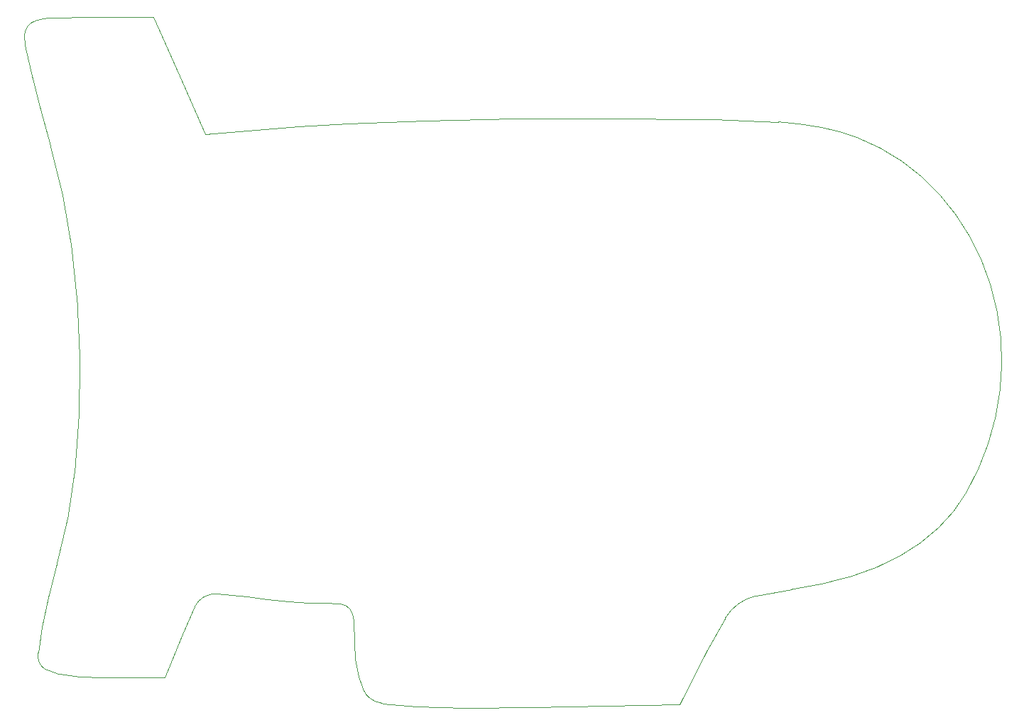
<source format=gbr>
G04 #@! TF.GenerationSoftware,KiCad,Pcbnew,(6.0.7)*
G04 #@! TF.CreationDate,2022-09-14T01:52:13-07:00*
G04 #@! TF.ProjectId,RobotDriver2_Blimp,526f626f-7444-4726-9976-6572325f426c,rev?*
G04 #@! TF.SameCoordinates,Original*
G04 #@! TF.FileFunction,Profile,NP*
%FSLAX46Y46*%
G04 Gerber Fmt 4.6, Leading zero omitted, Abs format (unit mm)*
G04 Created by KiCad (PCBNEW (6.0.7)) date 2022-09-14 01:52:13*
%MOMM*%
%LPD*%
G01*
G04 APERTURE LIST*
G04 #@! TA.AperFunction,Profile*
%ADD10C,0.001919*%
G04 #@! TD*
G04 APERTURE END LIST*
D10*
X152705652Y-122597399D02*
X170311219Y-122243129D01*
X113771581Y-54314842D02*
X110678787Y-47321486D01*
X179437981Y-109340335D02*
X183712471Y-108563339D01*
X94314959Y-113074293D02*
X93838255Y-116085521D01*
X94702679Y-118085452D02*
G75*
G03*
X96196859Y-118639526I2890321J5502652D01*
G01*
X118735974Y-109444684D02*
X121136390Y-109725552D01*
X131476552Y-112158208D02*
X131576219Y-115102624D01*
X131576214Y-115102624D02*
G75*
G03*
X131706154Y-117095006I15341586J124D01*
G01*
X92206209Y-42605534D02*
G75*
G03*
X92357693Y-44024822I6724891J34D01*
G01*
X132093792Y-119010092D02*
G75*
G03*
X132659596Y-120592712I10932108J3015892D01*
G01*
X201181582Y-101236453D02*
G75*
G03*
X204497209Y-97038647I-12571582J13337953D01*
G01*
X126162921Y-110127751D02*
X127943474Y-110178129D01*
X204497198Y-97038641D02*
G75*
G03*
X208525346Y-84868834I-27634198J15898341D01*
G01*
X95643060Y-40405004D02*
G75*
G03*
X93595790Y-40739659I298540J-8255796D01*
G01*
X93838237Y-116085519D02*
G75*
G03*
X93975639Y-117267769I2376763J-322881D01*
G01*
X131024490Y-110926037D02*
G75*
G03*
X130050482Y-110337839I-1198490J-884063D01*
G01*
X191502976Y-54689835D02*
G75*
G03*
X187277246Y-53492040I-8599276J-22284665D01*
G01*
X108904844Y-119068129D02*
X111033032Y-113889684D01*
X208525362Y-84868836D02*
G75*
G03*
X207379816Y-72210619I-30640462J3608036D01*
G01*
X170311219Y-122243129D02*
X173567641Y-115898902D01*
X98486368Y-118969536D02*
X101785673Y-119068129D01*
X179437977Y-109340316D02*
G75*
G03*
X177322110Y-110288707I1226323J-5570384D01*
G01*
X92591931Y-41440649D02*
G75*
G03*
X92206219Y-42605534I1566069J-1164851D01*
G01*
X207379820Y-72210618D02*
G75*
G03*
X201323948Y-61477002I-27491720J-8435582D01*
G01*
X174382477Y-52479719D02*
X160786219Y-52393129D01*
X93595793Y-40739673D02*
G75*
G03*
X92591945Y-41440659I549807J-1856627D01*
G01*
X101785673Y-119068129D02*
X108904844Y-119068129D01*
X183712472Y-108563344D02*
G75*
G03*
X190795224Y-107012817I-7121372J49482344D01*
G01*
X201323936Y-61477012D02*
G75*
G03*
X191502977Y-54689833I-18994836J-16986288D01*
G01*
X96100919Y-105520269D02*
X95072714Y-109461446D01*
X95072714Y-109461446D02*
X94314959Y-113074293D01*
X98828704Y-81075755D02*
G75*
G03*
X97836840Y-67701922I-115468285J-1839954D01*
G01*
X132659582Y-120592718D02*
G75*
G03*
X133338152Y-121489394I2251718J998918D01*
G01*
X111033032Y-113889684D02*
X112511302Y-110619467D01*
X93116742Y-47368853D02*
X94118859Y-51343640D01*
X130789133Y-52982619D02*
X124896400Y-53353986D01*
X124896400Y-53353986D02*
X113771581Y-54314842D01*
X173567641Y-115898902D02*
X175737920Y-112009162D01*
X190795225Y-107012819D02*
G75*
G03*
X196620915Y-104569050I-8243825J27818219D01*
G01*
X96196860Y-118639523D02*
G75*
G03*
X98486368Y-118969536I3118440J13527723D01*
G01*
X107585993Y-40328129D02*
X99896106Y-40328129D01*
X134889641Y-122151255D02*
X139006242Y-122503810D01*
X113598078Y-109460581D02*
G75*
G03*
X112511302Y-110619467I1369622J-2373419D01*
G01*
X144744534Y-122671872D02*
X152705652Y-122597399D01*
X110678787Y-47321486D02*
X107585993Y-40328129D01*
X150488900Y-52463681D02*
X140028022Y-52675380D01*
X94118859Y-51343640D02*
X95305871Y-55623034D01*
X93975616Y-117267778D02*
G75*
G03*
X94702677Y-118085456I1448484J555878D01*
G01*
X98264232Y-94203623D02*
G75*
G03*
X98828704Y-81075755I-111025530J11349945D01*
G01*
X92357693Y-44024822D02*
X93116742Y-47368853D01*
X121136390Y-109725552D02*
X123740264Y-109962680D01*
X140028022Y-52675380D02*
X130789133Y-52982619D01*
X196620920Y-104569060D02*
G75*
G03*
X201181580Y-101236451I-11004520J19846560D01*
G01*
X97836836Y-67701923D02*
G75*
G03*
X95305871Y-55623034I-82267336J-10933377D01*
G01*
X130050483Y-110337833D02*
G75*
G03*
X127943474Y-110178129I-2107083J-13820267D01*
G01*
X115147358Y-109096973D02*
G75*
G03*
X113598076Y-109460578I-171758J-2750627D01*
G01*
X182084208Y-52816378D02*
X174382477Y-52479719D01*
X115147357Y-109096992D02*
X118735974Y-109444684D01*
X131706149Y-117095007D02*
G75*
G03*
X132093787Y-119010093I13956051J1828107D01*
G01*
X96100916Y-105520268D02*
G75*
G03*
X98264232Y-94203623I-63787016J18058768D01*
G01*
X123740264Y-109962680D02*
X126162921Y-110127751D01*
X99896106Y-40328129D02*
X95643060Y-40404996D01*
X139006242Y-122503810D02*
X144744534Y-122671872D01*
X187277246Y-53492040D02*
G75*
G03*
X182084208Y-52816378I-8760646J-47038760D01*
G01*
X177322117Y-110288717D02*
G75*
G03*
X175737920Y-112009162I3439583J-4756783D01*
G01*
X133338159Y-121489386D02*
G75*
G03*
X134889641Y-122151255I1886841J2273586D01*
G01*
X160786219Y-52393129D02*
X150488900Y-52463681D01*
X131476559Y-112158208D02*
G75*
G03*
X131024503Y-110926027I-2337059J-158392D01*
G01*
M02*

</source>
